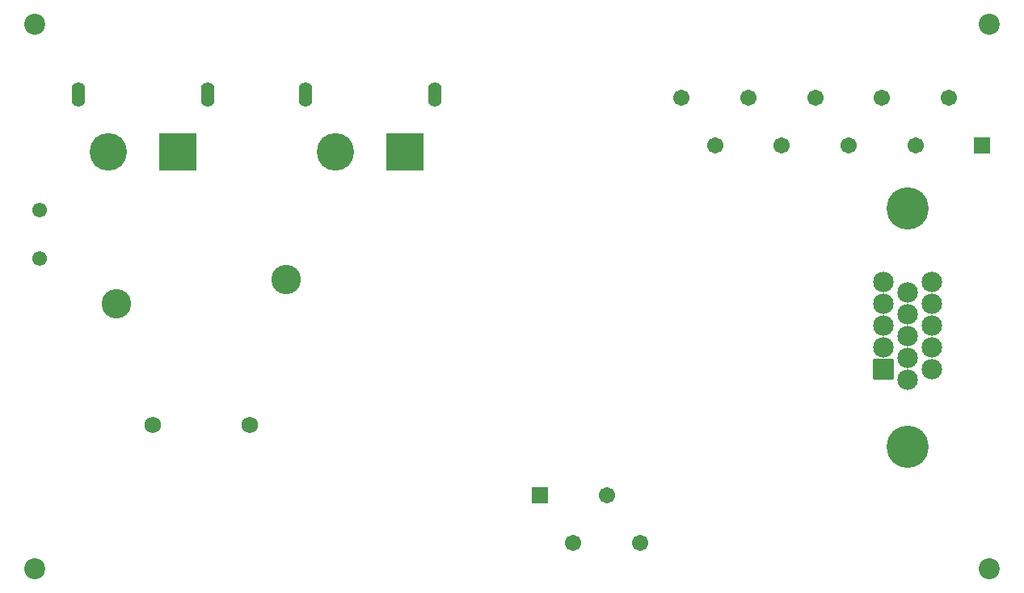
<source format=gbs>
%TF.GenerationSoftware,KiCad,Pcbnew,9.0.2*%
%TF.CreationDate,2025-06-28T00:08:17+08:00*%
%TF.ProjectId,KAPTON-HEATERV2,4b415054-4f4e-42d4-9845-415445525632,rev?*%
%TF.SameCoordinates,Original*%
%TF.FileFunction,Soldermask,Bot*%
%TF.FilePolarity,Negative*%
%FSLAX46Y46*%
G04 Gerber Fmt 4.6, Leading zero omitted, Abs format (unit mm)*
G04 Created by KiCad (PCBNEW 9.0.2) date 2025-06-28 00:08:17*
%MOMM*%
%LPD*%
G01*
G04 APERTURE LIST*
G04 Aperture macros list*
%AMRoundRect*
0 Rectangle with rounded corners*
0 $1 Rounding radius*
0 $2 $3 $4 $5 $6 $7 $8 $9 X,Y pos of 4 corners*
0 Add a 4 corners polygon primitive as box body*
4,1,4,$2,$3,$4,$5,$6,$7,$8,$9,$2,$3,0*
0 Add four circle primitives for the rounded corners*
1,1,$1+$1,$2,$3*
1,1,$1+$1,$4,$5*
1,1,$1+$1,$6,$7*
1,1,$1+$1,$8,$9*
0 Add four rect primitives between the rounded corners*
20,1,$1+$1,$2,$3,$4,$5,0*
20,1,$1+$1,$4,$5,$6,$7,0*
20,1,$1+$1,$6,$7,$8,$9,0*
20,1,$1+$1,$8,$9,$2,$3,0*%
G04 Aperture macros list end*
%ADD10C,1.712000*%
%ADD11RoundRect,0.102000X0.754000X0.754000X-0.754000X0.754000X-0.754000X-0.754000X0.754000X-0.754000X0*%
%ADD12RoundRect,0.102000X-1.858000X-1.858000X1.858000X-1.858000X1.858000X1.858000X-1.858000X1.858000X0*%
%ADD13C,3.920000*%
%ADD14O,1.404000X2.604000*%
%ADD15RoundRect,0.102000X-0.754000X-0.754000X0.754000X-0.754000X0.754000X0.754000X-0.754000X0.754000X0*%
%ADD16RoundRect,0.102000X0.975000X-0.975000X0.975000X0.975000X-0.975000X0.975000X-0.975000X-0.975000X0*%
%ADD17C,2.154000*%
%ADD18C,4.420000*%
%ADD19C,2.200000*%
%ADD20C,1.554000*%
%ADD21C,1.755000*%
%ADD22C,3.090000*%
G04 APERTURE END LIST*
D10*
%TO.C,J3*%
X164750000Y-79700000D03*
X168250000Y-84700000D03*
X171750000Y-79700000D03*
X175250000Y-84700000D03*
X178750000Y-79700000D03*
X182250000Y-84700000D03*
X185750000Y-79700000D03*
X189250000Y-84700000D03*
X192750000Y-79700000D03*
D11*
X196250000Y-84700000D03*
%TD*%
D12*
%TO.C,J1*%
X135722500Y-85360000D03*
D13*
X128522500Y-85360000D03*
D14*
X138872500Y-79360000D03*
X125372500Y-79360000D03*
%TD*%
D15*
%TO.C,J4*%
X149910000Y-121311750D03*
D10*
X153410000Y-126311750D03*
X156910000Y-121311750D03*
X160410000Y-126311750D03*
%TD*%
D16*
%TO.C,J5*%
X185920000Y-108121750D03*
D17*
X185920000Y-105831750D03*
X185920000Y-103541750D03*
X185920000Y-101251750D03*
X185920000Y-98961750D03*
X188460000Y-109261750D03*
X188460000Y-106971750D03*
X188460000Y-104681750D03*
X188460000Y-102391750D03*
X188460000Y-100101750D03*
X191000000Y-108121750D03*
X191000000Y-105831750D03*
X191000000Y-103541750D03*
X191000000Y-101251750D03*
X191000000Y-98961750D03*
D18*
X188460000Y-116281750D03*
X188460000Y-91291750D03*
%TD*%
D19*
%TO.C,REF\u002A\u002A*%
X197000000Y-129000000D03*
%TD*%
%TO.C,REF\u002A\u002A*%
X197000000Y-72000000D03*
%TD*%
%TO.C,REF\u002A\u002A*%
X97000000Y-72000000D03*
%TD*%
D20*
%TO.C,F1*%
X97500000Y-91460000D03*
X97500000Y-96540000D03*
%TD*%
D19*
%TO.C,REF\u002A\u002A*%
X97000000Y-129000000D03*
%TD*%
D12*
%TO.C,J2*%
X111930000Y-85341750D03*
D13*
X104730000Y-85341750D03*
D14*
X115080000Y-79341750D03*
X101580000Y-79341750D03*
%TD*%
D21*
%TO.C,K1*%
X119500000Y-114000000D03*
X109340000Y-114000000D03*
D22*
X105530000Y-101300000D03*
X123310000Y-98760000D03*
%TD*%
M02*

</source>
